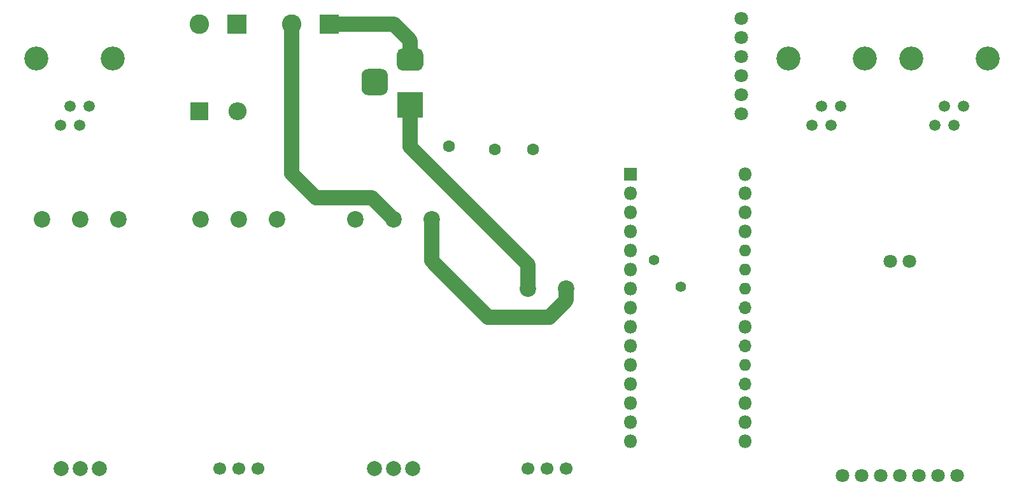
<source format=gbs>
G04 #@! TF.GenerationSoftware,KiCad,Pcbnew,5.1.6-c6e7f7d~87~ubuntu18.04.1*
G04 #@! TF.CreationDate,2020-08-29T16:42:25+03:00*
G04 #@! TF.ProjectId,Borjomi-Main,426f726a-6f6d-4692-9d4d-61696e2e6b69,rev?*
G04 #@! TF.SameCoordinates,Original*
G04 #@! TF.FileFunction,Soldermask,Bot*
G04 #@! TF.FilePolarity,Negative*
%FSLAX46Y46*%
G04 Gerber Fmt 4.6, Leading zero omitted, Abs format (unit mm)*
G04 Created by KiCad (PCBNEW 5.1.6-c6e7f7d~87~ubuntu18.04.1) date 2020-08-29 16:42:25*
%MOMM*%
%LPD*%
G01*
G04 APERTURE LIST*
%ADD10C,2.000000*%
%ADD11C,1.400000*%
%ADD12R,1.800000X1.800000*%
%ADD13O,1.800000X1.800000*%
%ADD14O,1.700000X1.700000*%
%ADD15O,1.600000X1.600000*%
%ADD16C,3.200000*%
%ADD17C,1.520000*%
%ADD18C,2.200000*%
%ADD19C,2.000000*%
%ADD20R,3.500000X3.500000*%
%ADD21R,2.400000X2.400000*%
%ADD22O,2.400000X2.400000*%
%ADD23R,2.600000X2.600000*%
%ADD24C,2.600000*%
%ADD25C,1.600000*%
%ADD26C,1.800000*%
%ADD27C,1.700000*%
G04 APERTURE END LIST*
D10*
X144432020Y-80253840D02*
X144432020Y-82785700D01*
X142283180Y-78105000D02*
X144432020Y-80253840D01*
X133731000Y-78105000D02*
X142283180Y-78105000D01*
X144432020Y-88785700D02*
X144432020Y-94394020D01*
X144432020Y-94394020D02*
X160147000Y-110109000D01*
X160147000Y-110109000D02*
X160147000Y-113287000D01*
X165227000Y-113287000D02*
X165227000Y-114842634D01*
X165227000Y-114842634D02*
X162975634Y-117094000D01*
X162975634Y-117094000D02*
X154813000Y-117094000D01*
X154813000Y-117094000D02*
X147320000Y-109601000D01*
X147320000Y-109601000D02*
X147320000Y-104072000D01*
X128731000Y-97997000D02*
X128731000Y-78105000D01*
X131953000Y-101219000D02*
X128731000Y-97997000D01*
X139387000Y-101219000D02*
X131953000Y-101219000D01*
X142240000Y-104072000D02*
X139387000Y-101219000D01*
D11*
X180444682Y-113045782D03*
X176852580Y-109453680D03*
D12*
X173736000Y-98044000D03*
D13*
X188976000Y-131064000D03*
X173736000Y-100584000D03*
X188976000Y-128524000D03*
X173736000Y-103124000D03*
D14*
X188976000Y-125984000D03*
D13*
X173736000Y-105664000D03*
D15*
X188976000Y-123444000D03*
D13*
X173736000Y-108204000D03*
D14*
X188976000Y-120904000D03*
D13*
X173736000Y-110744000D03*
X188976000Y-118364000D03*
X173736000Y-113284000D03*
D14*
X188976000Y-115824000D03*
D13*
X173736000Y-115824000D03*
D15*
X188976000Y-113284000D03*
D13*
X173736000Y-118364000D03*
D15*
X188976000Y-110744000D03*
D13*
X173736000Y-120904000D03*
D15*
X188976000Y-108204000D03*
D13*
X173736000Y-123444000D03*
X188976000Y-105664000D03*
X173736000Y-125984000D03*
X188976000Y-103124000D03*
X173736000Y-128524000D03*
X188976000Y-100584000D03*
X173736000Y-131064000D03*
X188976000Y-98044000D03*
X173736000Y-133604000D03*
X188976000Y-133604000D03*
X173736000Y-105664000D03*
X173736000Y-105664000D03*
D16*
X104918940Y-82685000D03*
D17*
X101738940Y-89035000D03*
X100468940Y-91575000D03*
X99198940Y-89035000D03*
X97928940Y-91575000D03*
D16*
X94758940Y-82685000D03*
D18*
X105691940Y-104061840D03*
X95531940Y-104061840D03*
X100611940Y-104061840D03*
D19*
X98071940Y-137261840D03*
X100611940Y-137261840D03*
X103151940Y-137261840D03*
G36*
G01*
X138857020Y-84035700D02*
X140607020Y-84035700D01*
G75*
G02*
X141482020Y-84910700I0J-875000D01*
G01*
X141482020Y-86660700D01*
G75*
G02*
X140607020Y-87535700I-875000J0D01*
G01*
X138857020Y-87535700D01*
G75*
G02*
X137982020Y-86660700I0J875000D01*
G01*
X137982020Y-84910700D01*
G75*
G02*
X138857020Y-84035700I875000J0D01*
G01*
G37*
G36*
G01*
X143432020Y-81285700D02*
X145432020Y-81285700D01*
G75*
G02*
X146182020Y-82035700I0J-750000D01*
G01*
X146182020Y-83535700D01*
G75*
G02*
X145432020Y-84285700I-750000J0D01*
G01*
X143432020Y-84285700D01*
G75*
G02*
X142682020Y-83535700I0J750000D01*
G01*
X142682020Y-82035700D01*
G75*
G02*
X143432020Y-81285700I750000J0D01*
G01*
G37*
D20*
X144432020Y-88785700D03*
D21*
X116459000Y-89662000D03*
D22*
X121539000Y-89662000D03*
D23*
X121412000Y-78105000D03*
D24*
X116412000Y-78105000D03*
X128731000Y-78105000D03*
D23*
X133731000Y-78105000D03*
D16*
X211079000Y-82685000D03*
D17*
X214249000Y-91575000D03*
X215519000Y-89035000D03*
X216789000Y-91575000D03*
X218059000Y-89035000D03*
D16*
X221239000Y-82685000D03*
X204856000Y-82685000D03*
D17*
X201676000Y-89035000D03*
X200406000Y-91575000D03*
X199136000Y-89035000D03*
X197866000Y-91575000D03*
D16*
X194696000Y-82685000D03*
D25*
X144492980Y-94371160D03*
X149572980Y-94371160D03*
X160764220Y-94795340D03*
X155684220Y-94795340D03*
D26*
X208280000Y-109676000D03*
X201930000Y-138176000D03*
X204470000Y-138176000D03*
X207010000Y-138176000D03*
X209550000Y-138176000D03*
X212090000Y-138176000D03*
X214630000Y-138176000D03*
X217170000Y-138176000D03*
X210820000Y-109676000D03*
D27*
X160147000Y-137287000D03*
X162687000Y-137287000D03*
X165227000Y-137287000D03*
D18*
X160147000Y-113287000D03*
X165227000Y-113287000D03*
D19*
X144780000Y-137272000D03*
X142240000Y-137272000D03*
X139700000Y-137272000D03*
D18*
X142240000Y-104072000D03*
X137160000Y-104072000D03*
X147320000Y-104072000D03*
X126746000Y-104072000D03*
X116586000Y-104072000D03*
X121666000Y-104072000D03*
D27*
X119126000Y-137272000D03*
X121666000Y-137272000D03*
X124206000Y-137272000D03*
D26*
X188468000Y-90043000D03*
X188468000Y-87503000D03*
X188468000Y-84963000D03*
X188468000Y-82423000D03*
X188468000Y-79883000D03*
X188468000Y-77343000D03*
M02*

</source>
